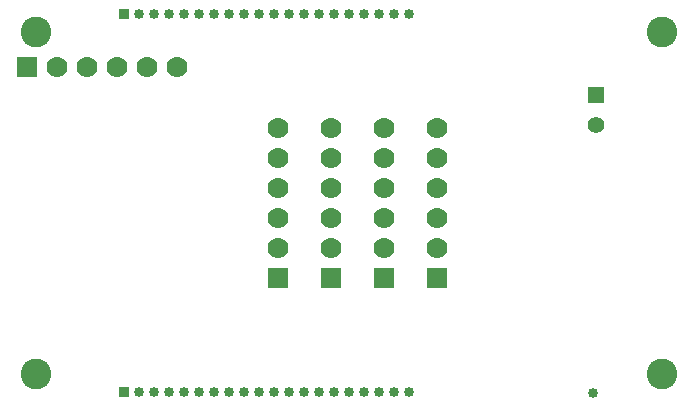
<source format=gbr>
G04 EAGLE Gerber RS-274X export*
G75*
%MOMM*%
%FSLAX34Y34*%
%LPD*%
%INSoldermask Bottom*%
%IPPOS*%
%AMOC8*
5,1,8,0,0,1.08239X$1,22.5*%
G01*
%ADD10C,2.601600*%
%ADD11R,0.851600X0.851600*%
%ADD12C,0.851600*%
%ADD13C,1.778000*%
%ADD14R,1.778000X1.778000*%
%ADD15C,1.406600*%
%ADD16R,1.406600X1.406600*%


D10*
X-555000Y315000D03*
X-555000Y25000D03*
X-25000Y315000D03*
X-25000Y25000D03*
D11*
X-480650Y10000D03*
D12*
X-467950Y10000D03*
X-455250Y10000D03*
X-442550Y10000D03*
X-429850Y10000D03*
X-417150Y10000D03*
X-404450Y10000D03*
X-391750Y10000D03*
X-379050Y10000D03*
X-366350Y10000D03*
X-353650Y10000D03*
X-340950Y10000D03*
X-328250Y10000D03*
X-315550Y10000D03*
X-302850Y10000D03*
X-290150Y10000D03*
X-277450Y10000D03*
X-264750Y10000D03*
X-252050Y10000D03*
X-239350Y10000D03*
D11*
X-480650Y330000D03*
D12*
X-467950Y330000D03*
X-455250Y330000D03*
X-442550Y330000D03*
X-429850Y330000D03*
X-417150Y330000D03*
X-404450Y330000D03*
X-391750Y330000D03*
X-379050Y330000D03*
X-366350Y330000D03*
X-353650Y330000D03*
X-340950Y330000D03*
X-328250Y330000D03*
X-315550Y330000D03*
X-302850Y330000D03*
X-290150Y330000D03*
X-277450Y330000D03*
X-264750Y330000D03*
X-252050Y330000D03*
X-239350Y330000D03*
D13*
X-350000Y157300D03*
D14*
X-350000Y106500D03*
D13*
X-350000Y131900D03*
X-350000Y182700D03*
X-350000Y208100D03*
X-350000Y233500D03*
X-305000Y157300D03*
D14*
X-305000Y106500D03*
D13*
X-305000Y131900D03*
X-305000Y182700D03*
X-305000Y208100D03*
X-305000Y233500D03*
X-260000Y157300D03*
D14*
X-260000Y106500D03*
D13*
X-260000Y131900D03*
X-260000Y182700D03*
X-260000Y208100D03*
X-260000Y233500D03*
X-511700Y285000D03*
D14*
X-562500Y285000D03*
D13*
X-537100Y285000D03*
X-486300Y285000D03*
X-460900Y285000D03*
X-435500Y285000D03*
D15*
X-81000Y236300D03*
D16*
X-81000Y261700D03*
D13*
X-215000Y157300D03*
D14*
X-215000Y106500D03*
D13*
X-215000Y131900D03*
X-215000Y182700D03*
X-215000Y208100D03*
X-215000Y233500D03*
D12*
X-83000Y9000D03*
M02*

</source>
